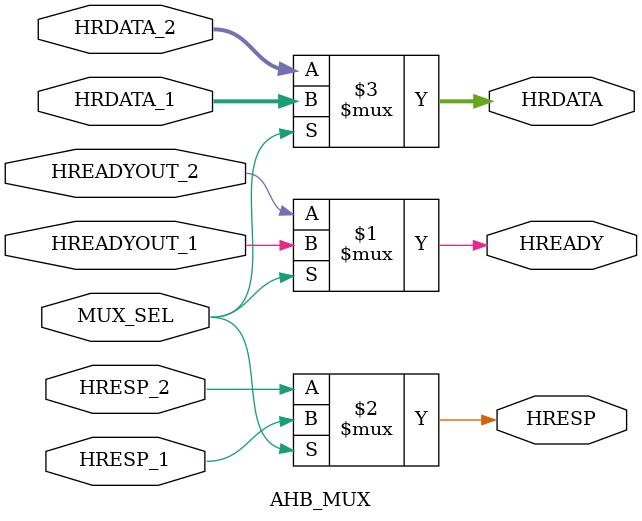
<source format=v>
module AHB_MUX (
    input [31:0]HRDATA_1,HRDATA_2,
    input HRESP_1,HRESP_2,HREADYOUT_1,HREADYOUT_2,MUX_SEL,
    output [31:0]HRDATA,
    output HREADY,HRESP
);
    assign HREADY = (MUX_SEL)? HREADYOUT_1:HREADYOUT_2;
    assign HRESP = (MUX_SEL)? HRESP_1:HRESP_2;
    assign HRDATA = (MUX_SEL)? HRDATA_1:HRDATA_2;
endmodule
</source>
